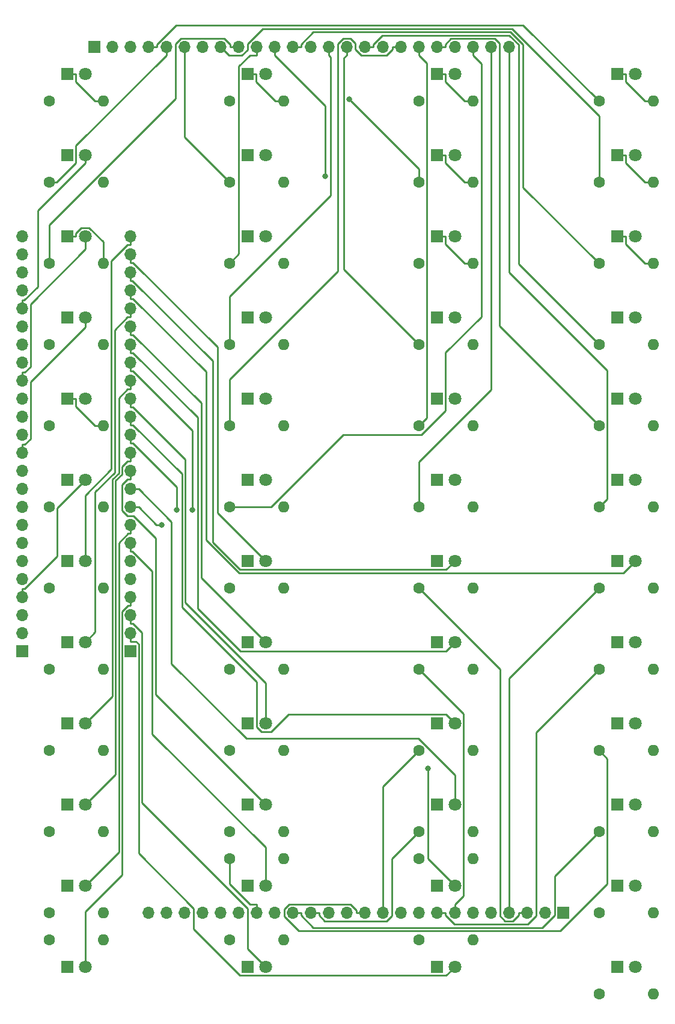
<source format=gbr>
G04 #@! TF.GenerationSoftware,KiCad,Pcbnew,(5.1.4)-1*
G04 #@! TF.CreationDate,2019-10-21T18:56:29-04:00*
G04 #@! TF.ProjectId,A-10C-CautionLED,412d3130-432d-4436-9175-74696f6e4c45,1*
G04 #@! TF.SameCoordinates,Original*
G04 #@! TF.FileFunction,Copper,L1,Top*
G04 #@! TF.FilePolarity,Positive*
%FSLAX46Y46*%
G04 Gerber Fmt 4.6, Leading zero omitted, Abs format (unit mm)*
G04 Created by KiCad (PCBNEW (5.1.4)-1) date 2019-10-21 18:56:29*
%MOMM*%
%LPD*%
G04 APERTURE LIST*
%ADD10C,1.800000*%
%ADD11R,1.800000X1.800000*%
%ADD12O,1.700000X1.700000*%
%ADD13R,1.700000X1.700000*%
%ADD14O,1.600000X1.600000*%
%ADD15C,1.600000*%
%ADD16C,0.800000*%
%ADD17C,0.250000*%
G04 APERTURE END LIST*
D10*
X60960000Y-36830000D03*
D11*
X58420000Y-36830000D03*
D10*
X60960000Y-48260000D03*
D11*
X58420000Y-48260000D03*
D10*
X60960000Y-59690000D03*
D11*
X58420000Y-59690000D03*
D10*
X60960000Y-71120000D03*
D11*
X58420000Y-71120000D03*
X58420000Y-82550000D03*
D10*
X60960000Y-82550000D03*
D11*
X58420000Y-93980000D03*
D10*
X60960000Y-93980000D03*
D11*
X58420000Y-105410000D03*
D10*
X60960000Y-105410000D03*
X60960000Y-116840000D03*
D11*
X58420000Y-116840000D03*
D10*
X60960000Y-128270000D03*
D11*
X58420000Y-128270000D03*
D10*
X60960000Y-139700000D03*
D11*
X58420000Y-139700000D03*
D10*
X60960000Y-151130000D03*
D11*
X58420000Y-151130000D03*
X58420000Y-162560000D03*
D10*
X60960000Y-162560000D03*
D11*
X83820000Y-36830000D03*
D10*
X86360000Y-36830000D03*
D11*
X83820000Y-48260000D03*
D10*
X86360000Y-48260000D03*
D11*
X83820000Y-59690000D03*
D10*
X86360000Y-59690000D03*
D11*
X83820000Y-71120000D03*
D10*
X86360000Y-71120000D03*
X86360000Y-82550000D03*
D11*
X83820000Y-82550000D03*
D10*
X86360000Y-93980000D03*
D11*
X83820000Y-93980000D03*
D10*
X86360000Y-105410000D03*
D11*
X83820000Y-105410000D03*
X83820000Y-116840000D03*
D10*
X86360000Y-116840000D03*
D11*
X83820000Y-128270000D03*
D10*
X86360000Y-128270000D03*
D11*
X83820000Y-139700000D03*
D10*
X86360000Y-139700000D03*
D11*
X83820000Y-151130000D03*
D10*
X86360000Y-151130000D03*
D11*
X83820000Y-162560000D03*
D10*
X86360000Y-162560000D03*
X113030000Y-36830000D03*
D11*
X110490000Y-36830000D03*
D10*
X113030000Y-48260000D03*
D11*
X110490000Y-48260000D03*
D10*
X113030000Y-59690000D03*
D11*
X110490000Y-59690000D03*
D10*
X113030000Y-71120000D03*
D11*
X110490000Y-71120000D03*
X110490000Y-82550000D03*
D10*
X113030000Y-82550000D03*
D11*
X110490000Y-93980000D03*
D10*
X113030000Y-93980000D03*
D11*
X110490000Y-105410000D03*
D10*
X113030000Y-105410000D03*
X113030000Y-116840000D03*
D11*
X110490000Y-116840000D03*
X110490000Y-128270000D03*
D10*
X113030000Y-128270000D03*
X113030000Y-139700000D03*
D11*
X110490000Y-139700000D03*
X110490000Y-151130000D03*
D10*
X113030000Y-151130000D03*
X113030000Y-162560000D03*
D11*
X110490000Y-162560000D03*
X135890000Y-36830000D03*
D10*
X138430000Y-36830000D03*
D11*
X135890000Y-48260000D03*
D10*
X138430000Y-48260000D03*
D11*
X135890000Y-59690000D03*
D10*
X138430000Y-59690000D03*
D11*
X135890000Y-71120000D03*
D10*
X138430000Y-71120000D03*
X138430000Y-82550000D03*
D11*
X135890000Y-82550000D03*
D10*
X138430000Y-93980000D03*
D11*
X135890000Y-93980000D03*
D10*
X138430000Y-105410000D03*
D11*
X135890000Y-105410000D03*
D10*
X138430000Y-116840000D03*
D11*
X135890000Y-116840000D03*
D10*
X138430000Y-128270000D03*
D11*
X135890000Y-128270000D03*
X135890000Y-139700000D03*
D10*
X138430000Y-139700000D03*
D11*
X135890000Y-151130000D03*
D10*
X138430000Y-151130000D03*
X138430000Y-162560000D03*
D11*
X135890000Y-162560000D03*
D12*
X52070000Y-59690000D03*
X52070000Y-62230000D03*
X52070000Y-64770000D03*
X52070000Y-67310000D03*
X52070000Y-69850000D03*
X52070000Y-72390000D03*
X52070000Y-74930000D03*
X52070000Y-77470000D03*
X52070000Y-80010000D03*
X52070000Y-82550000D03*
X52070000Y-85090000D03*
X52070000Y-87630000D03*
X52070000Y-90170000D03*
X52070000Y-92710000D03*
X52070000Y-95250000D03*
X52070000Y-97790000D03*
X52070000Y-100330000D03*
X52070000Y-102870000D03*
X52070000Y-105410000D03*
X52070000Y-107950000D03*
X52070000Y-110490000D03*
X52070000Y-113030000D03*
X52070000Y-115570000D03*
D13*
X52070000Y-118110000D03*
X67310000Y-118110000D03*
D12*
X67310000Y-115570000D03*
X67310000Y-113030000D03*
X67310000Y-110490000D03*
X67310000Y-107950000D03*
X67310000Y-105410000D03*
X67310000Y-102870000D03*
X67310000Y-100330000D03*
X67310000Y-97790000D03*
X67310000Y-95250000D03*
X67310000Y-92710000D03*
X67310000Y-90170000D03*
X67310000Y-87630000D03*
X67310000Y-85090000D03*
X67310000Y-82550000D03*
X67310000Y-80010000D03*
X67310000Y-77470000D03*
X67310000Y-74930000D03*
X67310000Y-72390000D03*
X67310000Y-69850000D03*
X67310000Y-67310000D03*
X67310000Y-64770000D03*
X67310000Y-62230000D03*
X67310000Y-59690000D03*
X120650000Y-33020000D03*
X118110000Y-33020000D03*
X115570000Y-33020000D03*
X113030000Y-33020000D03*
X110490000Y-33020000D03*
X107950000Y-33020000D03*
X105410000Y-33020000D03*
X102870000Y-33020000D03*
X100330000Y-33020000D03*
X97790000Y-33020000D03*
X95250000Y-33020000D03*
X92710000Y-33020000D03*
X90170000Y-33020000D03*
X87630000Y-33020000D03*
X85090000Y-33020000D03*
X82550000Y-33020000D03*
X80010000Y-33020000D03*
X77470000Y-33020000D03*
X74930000Y-33020000D03*
X72390000Y-33020000D03*
X69850000Y-33020000D03*
X67310000Y-33020000D03*
X64770000Y-33020000D03*
D13*
X62230000Y-33020000D03*
X128270000Y-154940000D03*
D12*
X125730000Y-154940000D03*
X123190000Y-154940000D03*
X120650000Y-154940000D03*
X118110000Y-154940000D03*
X115570000Y-154940000D03*
X113030000Y-154940000D03*
X110490000Y-154940000D03*
X107950000Y-154940000D03*
X105410000Y-154940000D03*
X102870000Y-154940000D03*
X100330000Y-154940000D03*
X97790000Y-154940000D03*
X95250000Y-154940000D03*
X92710000Y-154940000D03*
X90170000Y-154940000D03*
X87630000Y-154940000D03*
X85090000Y-154940000D03*
X82550000Y-154940000D03*
X80010000Y-154940000D03*
X77470000Y-154940000D03*
X74930000Y-154940000D03*
X72390000Y-154940000D03*
X69850000Y-154940000D03*
D14*
X63500000Y-40640000D03*
D15*
X55880000Y-40640000D03*
D14*
X63500000Y-52070000D03*
D15*
X55880000Y-52070000D03*
X55880000Y-63500000D03*
D14*
X63500000Y-63500000D03*
D15*
X55880000Y-74930000D03*
D14*
X63500000Y-74930000D03*
D15*
X55880000Y-86360000D03*
D14*
X63500000Y-86360000D03*
D15*
X55880000Y-97790000D03*
D14*
X63500000Y-97790000D03*
D15*
X55880000Y-109220000D03*
D14*
X63500000Y-109220000D03*
D15*
X55880000Y-120650000D03*
D14*
X63500000Y-120650000D03*
D15*
X55880000Y-132080000D03*
D14*
X63500000Y-132080000D03*
X63500000Y-143510000D03*
D15*
X55880000Y-143510000D03*
X55880000Y-154940000D03*
D14*
X63500000Y-154940000D03*
X63500000Y-158750000D03*
D15*
X55880000Y-158750000D03*
X81280000Y-40640000D03*
D14*
X88900000Y-40640000D03*
D15*
X81280000Y-52070000D03*
D14*
X88900000Y-52070000D03*
X88900000Y-63500000D03*
D15*
X81280000Y-63500000D03*
X81280000Y-74930000D03*
D14*
X88900000Y-74930000D03*
X88900000Y-86360000D03*
D15*
X81280000Y-86360000D03*
D14*
X88900000Y-97790000D03*
D15*
X81280000Y-97790000D03*
D14*
X88900000Y-109220000D03*
D15*
X81280000Y-109220000D03*
D14*
X88900000Y-120650000D03*
D15*
X81280000Y-120650000D03*
D14*
X88900000Y-132080000D03*
D15*
X81280000Y-132080000D03*
D14*
X88900000Y-143510000D03*
D15*
X81280000Y-143510000D03*
X81280000Y-147320000D03*
D14*
X88900000Y-147320000D03*
D15*
X81280000Y-158750000D03*
D14*
X88900000Y-158750000D03*
D15*
X107950000Y-40640000D03*
D14*
X115570000Y-40640000D03*
D15*
X107950000Y-52070000D03*
D14*
X115570000Y-52070000D03*
X115570000Y-63500000D03*
D15*
X107950000Y-63500000D03*
X107950000Y-74930000D03*
D14*
X115570000Y-74930000D03*
X115570000Y-86360000D03*
D15*
X107950000Y-86360000D03*
D14*
X115570000Y-97790000D03*
D15*
X107950000Y-97790000D03*
D14*
X115570000Y-109220000D03*
D15*
X107950000Y-109220000D03*
D14*
X115570000Y-120650000D03*
D15*
X107950000Y-120650000D03*
X107950000Y-132080000D03*
D14*
X115570000Y-132080000D03*
D15*
X107950000Y-143510000D03*
D14*
X115570000Y-143510000D03*
D15*
X107950000Y-147320000D03*
D14*
X115570000Y-147320000D03*
X115570000Y-158750000D03*
D15*
X107950000Y-158750000D03*
D14*
X140970000Y-40640000D03*
D15*
X133350000Y-40640000D03*
D14*
X140970000Y-52070000D03*
D15*
X133350000Y-52070000D03*
D14*
X140970000Y-63500000D03*
D15*
X133350000Y-63500000D03*
D14*
X140970000Y-74930000D03*
D15*
X133350000Y-74930000D03*
X133350000Y-86360000D03*
D14*
X140970000Y-86360000D03*
D15*
X133350000Y-97790000D03*
D14*
X140970000Y-97790000D03*
D15*
X133350000Y-109220000D03*
D14*
X140970000Y-109220000D03*
D15*
X133350000Y-120650000D03*
D14*
X140970000Y-120650000D03*
X140970000Y-132080000D03*
D15*
X133350000Y-132080000D03*
D14*
X140970000Y-143510000D03*
D15*
X133350000Y-143510000D03*
D14*
X140970000Y-154940000D03*
D15*
X133350000Y-154940000D03*
X133350000Y-166370000D03*
D14*
X140970000Y-166370000D03*
D16*
X109251400Y-134634800D03*
X76050200Y-98209700D03*
X73862200Y-98216200D03*
X71771200Y-100307300D03*
X94758000Y-51242200D03*
X98132300Y-40402700D03*
D17*
X63500000Y-40640000D02*
X62374700Y-40640000D01*
X58420000Y-36830000D02*
X59645300Y-36830000D01*
X62374700Y-40640000D02*
X59645300Y-37910600D01*
X59645300Y-37910600D02*
X59645300Y-36830000D01*
X52070000Y-69850000D02*
X52070000Y-68674700D01*
X52070000Y-68674700D02*
X52376200Y-68674700D01*
X52376200Y-68674700D02*
X54263600Y-66787300D01*
X54263600Y-66787300D02*
X54263600Y-56079900D01*
X54263600Y-56079900D02*
X60960000Y-49383500D01*
X60960000Y-49383500D02*
X60960000Y-48260000D01*
X52070000Y-80010000D02*
X52070000Y-78834700D01*
X52070000Y-78834700D02*
X52437400Y-78834700D01*
X52437400Y-78834700D02*
X53245300Y-78026800D01*
X53245300Y-78026800D02*
X53245300Y-69225000D01*
X53245300Y-69225000D02*
X60960000Y-61510300D01*
X60960000Y-61510300D02*
X60960000Y-59690000D01*
X58420000Y-59690000D02*
X59645300Y-59690000D01*
X63500000Y-63500000D02*
X63500000Y-60480700D01*
X63500000Y-60480700D02*
X61484000Y-58464700D01*
X61484000Y-58464700D02*
X60411000Y-58464700D01*
X60411000Y-58464700D02*
X59645300Y-59230400D01*
X59645300Y-59230400D02*
X59645300Y-59690000D01*
X52070000Y-90170000D02*
X52070000Y-88994700D01*
X52070000Y-88994700D02*
X52437400Y-88994700D01*
X52437400Y-88994700D02*
X53245300Y-88186800D01*
X53245300Y-88186800D02*
X53245300Y-80204700D01*
X53245300Y-80204700D02*
X60960000Y-72490000D01*
X60960000Y-72490000D02*
X60960000Y-71120000D01*
X63500000Y-86360000D02*
X62374700Y-86360000D01*
X58420000Y-82550000D02*
X59645300Y-82550000D01*
X62374700Y-86360000D02*
X59645300Y-83630600D01*
X59645300Y-83630600D02*
X59645300Y-82550000D01*
X52070000Y-110490000D02*
X52070000Y-109314700D01*
X52070000Y-109314700D02*
X52437300Y-109314700D01*
X52437300Y-109314700D02*
X57005400Y-104746600D01*
X57005400Y-104746600D02*
X57005400Y-97934600D01*
X57005400Y-97934600D02*
X60960000Y-93980000D01*
X67310000Y-59690000D02*
X67310000Y-60865300D01*
X67310000Y-60865300D02*
X66942700Y-60865300D01*
X66942700Y-60865300D02*
X64638500Y-63169500D01*
X64638500Y-63169500D02*
X64638500Y-92491100D01*
X64638500Y-92491100D02*
X60960000Y-96169600D01*
X60960000Y-96169600D02*
X60960000Y-105410000D01*
X67310000Y-71025300D02*
X66942700Y-71025300D01*
X66942700Y-71025300D02*
X65088900Y-72879100D01*
X65088900Y-72879100D02*
X65088900Y-92966500D01*
X65088900Y-92966500D02*
X62374600Y-95680800D01*
X62374600Y-95680800D02*
X62374600Y-115425400D01*
X62374600Y-115425400D02*
X60960000Y-116840000D01*
X67310000Y-69850000D02*
X67310000Y-71025300D01*
X67310000Y-81185300D02*
X66942700Y-81185300D01*
X66942700Y-81185300D02*
X65684300Y-82443700D01*
X65684300Y-82443700D02*
X65684300Y-93008000D01*
X65684300Y-93008000D02*
X64783700Y-93908600D01*
X64783700Y-93908600D02*
X64783700Y-124446300D01*
X64783700Y-124446300D02*
X60960000Y-128270000D01*
X67310000Y-80010000D02*
X67310000Y-81185300D01*
X67310000Y-91345300D02*
X66942600Y-91345300D01*
X66942600Y-91345300D02*
X66134700Y-92153200D01*
X66134700Y-92153200D02*
X66134700Y-93194500D01*
X66134700Y-93194500D02*
X65234100Y-94095100D01*
X65234100Y-94095100D02*
X65234100Y-135425900D01*
X65234100Y-135425900D02*
X60960000Y-139700000D01*
X67310000Y-90170000D02*
X67310000Y-91345300D01*
X67310000Y-100330000D02*
X67310000Y-101505300D01*
X60960000Y-151130000D02*
X65684400Y-146405600D01*
X65684400Y-146405600D02*
X65684400Y-102829600D01*
X65684400Y-102829600D02*
X67008700Y-101505300D01*
X67008700Y-101505300D02*
X67310000Y-101505300D01*
X67310000Y-110490000D02*
X67310000Y-111665300D01*
X60960000Y-162560000D02*
X60960000Y-154748600D01*
X60960000Y-154748600D02*
X66134700Y-149573900D01*
X66134700Y-149573900D02*
X66134700Y-112539300D01*
X66134700Y-112539300D02*
X67008700Y-111665300D01*
X67008700Y-111665300D02*
X67310000Y-111665300D01*
X88900000Y-40640000D02*
X87774700Y-40640000D01*
X83820000Y-36830000D02*
X85045300Y-36830000D01*
X87774700Y-40640000D02*
X85045300Y-37910600D01*
X85045300Y-37910600D02*
X85045300Y-36830000D01*
X86360000Y-105410000D02*
X79584100Y-98634100D01*
X79584100Y-98634100D02*
X79584100Y-75312100D01*
X79584100Y-75312100D02*
X67677300Y-63405300D01*
X67677300Y-63405300D02*
X67310000Y-63405300D01*
X67310000Y-62230000D02*
X67310000Y-63405300D01*
X67310000Y-72390000D02*
X67310000Y-73565300D01*
X67310000Y-73565300D02*
X67677300Y-73565300D01*
X67677300Y-73565300D02*
X77287900Y-83175900D01*
X77287900Y-83175900D02*
X77287900Y-107767900D01*
X77287900Y-107767900D02*
X86360000Y-116840000D01*
X86360000Y-128270000D02*
X86360000Y-122558900D01*
X86360000Y-122558900D02*
X75037800Y-111236700D01*
X75037800Y-111236700D02*
X75037800Y-91085800D01*
X75037800Y-91085800D02*
X67677300Y-83725300D01*
X67677300Y-83725300D02*
X67310000Y-83725300D01*
X67310000Y-82550000D02*
X67310000Y-83725300D01*
X67310000Y-92710000D02*
X67310000Y-93885300D01*
X67310000Y-93885300D02*
X66933400Y-93885300D01*
X66933400Y-93885300D02*
X66134700Y-94684000D01*
X66134700Y-94684000D02*
X66134700Y-98279000D01*
X66134700Y-98279000D02*
X66915700Y-99060000D01*
X66915700Y-99060000D02*
X67762500Y-99060000D01*
X67762500Y-99060000D02*
X70860600Y-102158100D01*
X70860600Y-102158100D02*
X70860600Y-124200600D01*
X70860600Y-124200600D02*
X86360000Y-139700000D01*
X86360000Y-151130000D02*
X86360000Y-145734700D01*
X86360000Y-145734700D02*
X70410200Y-129784900D01*
X70410200Y-129784900D02*
X70410200Y-106833900D01*
X70410200Y-106833900D02*
X67621600Y-104045300D01*
X67621600Y-104045300D02*
X67310000Y-104045300D01*
X67310000Y-102870000D02*
X67310000Y-104045300D01*
X67310000Y-113030000D02*
X67310000Y-114205300D01*
X67310000Y-114205300D02*
X67677300Y-114205300D01*
X67677300Y-114205300D02*
X68935700Y-115463700D01*
X68935700Y-115463700D02*
X68935700Y-139425400D01*
X68935700Y-139425400D02*
X83820000Y-154309700D01*
X83820000Y-154309700D02*
X83820000Y-160020000D01*
X83820000Y-160020000D02*
X86360000Y-162560000D01*
X115570000Y-40640000D02*
X114444700Y-40640000D01*
X110490000Y-36830000D02*
X111715300Y-36830000D01*
X114444700Y-40640000D02*
X111715300Y-37910600D01*
X111715300Y-37910600D02*
X111715300Y-36830000D01*
X115570000Y-52070000D02*
X114444700Y-52070000D01*
X110490000Y-48260000D02*
X111715300Y-48260000D01*
X114444700Y-52070000D02*
X111715300Y-49340600D01*
X111715300Y-49340600D02*
X111715300Y-48260000D01*
X115570000Y-63500000D02*
X114444700Y-63500000D01*
X110490000Y-59690000D02*
X111715300Y-59690000D01*
X114444700Y-63500000D02*
X111715300Y-60770600D01*
X111715300Y-60770600D02*
X111715300Y-59690000D01*
X113030000Y-105410000D02*
X111804700Y-106635300D01*
X111804700Y-106635300D02*
X82773100Y-106635300D01*
X82773100Y-106635300D02*
X78908900Y-102771100D01*
X78908900Y-102771100D02*
X78908900Y-77232600D01*
X78908900Y-77232600D02*
X67621600Y-65945300D01*
X67621600Y-65945300D02*
X67310000Y-65945300D01*
X67310000Y-64770000D02*
X67310000Y-65945300D01*
X67310000Y-74930000D02*
X67310000Y-76105300D01*
X67310000Y-76105300D02*
X67677300Y-76105300D01*
X67677300Y-76105300D02*
X76775600Y-85203600D01*
X76775600Y-85203600D02*
X76775600Y-112066500D01*
X76775600Y-112066500D02*
X82833500Y-118124400D01*
X82833500Y-118124400D02*
X111745600Y-118124400D01*
X111745600Y-118124400D02*
X113030000Y-116840000D01*
X113030000Y-128270000D02*
X111755700Y-126995700D01*
X111755700Y-126995700D02*
X89637500Y-126995700D01*
X89637500Y-126995700D02*
X87137800Y-129495400D01*
X87137800Y-129495400D02*
X85803900Y-129495400D01*
X85803900Y-129495400D02*
X85101600Y-128793100D01*
X85101600Y-128793100D02*
X85101600Y-122409700D01*
X85101600Y-122409700D02*
X74587500Y-111895600D01*
X74587500Y-111895600D02*
X74587500Y-93175500D01*
X74587500Y-93175500D02*
X67677300Y-86265300D01*
X67677300Y-86265300D02*
X67310000Y-86265300D01*
X67310000Y-85090000D02*
X67310000Y-86265300D01*
X67310000Y-95250000D02*
X68485300Y-95250000D01*
X68485300Y-95250000D02*
X73125400Y-99890100D01*
X73125400Y-99890100D02*
X73125400Y-119849900D01*
X73125400Y-119849900D02*
X83674900Y-130399400D01*
X83674900Y-130399400D02*
X107866900Y-130399400D01*
X107866900Y-130399400D02*
X113030000Y-135562500D01*
X113030000Y-135562500D02*
X113030000Y-139700000D01*
X113030000Y-151130000D02*
X109251400Y-147351400D01*
X109251400Y-147351400D02*
X109251400Y-134634800D01*
X67310000Y-115570000D02*
X67310000Y-116745300D01*
X67310000Y-116745300D02*
X68118100Y-116745300D01*
X68118100Y-116745300D02*
X68485300Y-117112500D01*
X68485300Y-117112500D02*
X68485300Y-146595100D01*
X68485300Y-146595100D02*
X76200000Y-154309800D01*
X76200000Y-154309800D02*
X76200000Y-157223800D01*
X76200000Y-157223800D02*
X82761600Y-163785400D01*
X82761600Y-163785400D02*
X111804600Y-163785400D01*
X111804600Y-163785400D02*
X113030000Y-162560000D01*
X140970000Y-40640000D02*
X139844700Y-40640000D01*
X135890000Y-36830000D02*
X137115300Y-36830000D01*
X139844700Y-40640000D02*
X137115300Y-37910600D01*
X137115300Y-37910600D02*
X137115300Y-36830000D01*
X140970000Y-52070000D02*
X139844700Y-52070000D01*
X135890000Y-48260000D02*
X137115300Y-48260000D01*
X139844700Y-52070000D02*
X137115300Y-49340600D01*
X137115300Y-49340600D02*
X137115300Y-48260000D01*
X140970000Y-63500000D02*
X139844700Y-63500000D01*
X135890000Y-59690000D02*
X137115300Y-59690000D01*
X139844700Y-63500000D02*
X137115300Y-60770600D01*
X137115300Y-60770600D02*
X137115300Y-59690000D01*
X138430000Y-105410000D02*
X136721700Y-107118300D01*
X136721700Y-107118300D02*
X82617100Y-107118300D01*
X82617100Y-107118300D02*
X77963400Y-102464600D01*
X77963400Y-102464600D02*
X77963400Y-78771400D01*
X77963400Y-78771400D02*
X67677300Y-68485300D01*
X67677300Y-68485300D02*
X67310000Y-68485300D01*
X67310000Y-67310000D02*
X67310000Y-68485300D01*
X67310000Y-77470000D02*
X67310000Y-78645300D01*
X67310000Y-78645300D02*
X67677300Y-78645300D01*
X67677300Y-78645300D02*
X76050200Y-87018200D01*
X76050200Y-87018200D02*
X76050200Y-98209700D01*
X67310000Y-88805300D02*
X67677300Y-88805300D01*
X67677300Y-88805300D02*
X73862200Y-94990200D01*
X73862200Y-94990200D02*
X73862200Y-98216200D01*
X67310000Y-87630000D02*
X67310000Y-88805300D01*
X68485300Y-97790000D02*
X71002600Y-100307300D01*
X71002600Y-100307300D02*
X71771200Y-100307300D01*
X67310000Y-97790000D02*
X68485300Y-97790000D01*
X120650000Y-33020000D02*
X120650000Y-34195300D01*
X133350000Y-97790000D02*
X134481800Y-96658200D01*
X134481800Y-96658200D02*
X134481800Y-78607500D01*
X134481800Y-78607500D02*
X120650000Y-64775700D01*
X120650000Y-64775700D02*
X120650000Y-34195300D01*
X107950000Y-97790000D02*
X107950000Y-91439900D01*
X107950000Y-91439900D02*
X118110000Y-81279900D01*
X118110000Y-81279900D02*
X118110000Y-33020000D01*
X115570000Y-33020000D02*
X115570000Y-34195300D01*
X81280000Y-97790000D02*
X87155200Y-97790000D01*
X87155200Y-97790000D02*
X97327000Y-87618200D01*
X97327000Y-87618200D02*
X108336000Y-87618200D01*
X108336000Y-87618200D02*
X111715400Y-84238800D01*
X111715400Y-84238800D02*
X111715400Y-76053200D01*
X111715400Y-76053200D02*
X116745300Y-71023300D01*
X116745300Y-71023300D02*
X116745300Y-35370600D01*
X116745300Y-35370600D02*
X115570000Y-34195300D01*
X111665300Y-33020000D02*
X111665300Y-32652600D01*
X111665300Y-32652600D02*
X112473200Y-31844700D01*
X112473200Y-31844700D02*
X118630800Y-31844700D01*
X118630800Y-31844700D02*
X119323600Y-32537500D01*
X119323600Y-32537500D02*
X119323600Y-72333600D01*
X119323600Y-72333600D02*
X133350000Y-86360000D01*
X110490000Y-33020000D02*
X111665300Y-33020000D01*
X107950000Y-33020000D02*
X107950000Y-34195300D01*
X107950000Y-86360000D02*
X109081700Y-85228300D01*
X109081700Y-85228300D02*
X109081700Y-35327000D01*
X109081700Y-35327000D02*
X107950000Y-34195300D01*
X105410000Y-33020000D02*
X104234700Y-33020000D01*
X81280000Y-86360000D02*
X81280000Y-79818600D01*
X81280000Y-79818600D02*
X96520000Y-64578600D01*
X96520000Y-64578600D02*
X96520000Y-32568100D01*
X96520000Y-32568100D02*
X97288700Y-31799400D01*
X97288700Y-31799400D02*
X98274700Y-31799400D01*
X98274700Y-31799400D02*
X98975800Y-32500500D01*
X98975800Y-32500500D02*
X98975800Y-33337900D01*
X98975800Y-33337900D02*
X99833200Y-34195300D01*
X99833200Y-34195300D02*
X103426800Y-34195300D01*
X103426800Y-34195300D02*
X104234700Y-33387400D01*
X104234700Y-33387400D02*
X104234700Y-33020000D01*
X100330000Y-33020000D02*
X101505300Y-33020000D01*
X133350000Y-74930000D02*
X122036500Y-63616500D01*
X122036500Y-63616500D02*
X122036500Y-32717000D01*
X122036500Y-32717000D02*
X120690100Y-31370600D01*
X120690100Y-31370600D02*
X102787400Y-31370600D01*
X102787400Y-31370600D02*
X101505300Y-32652700D01*
X101505300Y-32652700D02*
X101505300Y-33020000D01*
X97790000Y-33020000D02*
X97790000Y-34195300D01*
X97790000Y-34195300D02*
X97407000Y-34578300D01*
X97407000Y-34578300D02*
X97407000Y-64387000D01*
X97407000Y-64387000D02*
X107950000Y-74930000D01*
X81280000Y-74930000D02*
X81280000Y-68125100D01*
X81280000Y-68125100D02*
X95483300Y-53921800D01*
X95483300Y-53921800D02*
X95483300Y-34428600D01*
X95483300Y-34428600D02*
X95250000Y-34195300D01*
X95250000Y-33020000D02*
X95250000Y-34195300D01*
X133350000Y-63500000D02*
X122645800Y-52795800D01*
X122645800Y-52795800D02*
X122645800Y-32689400D01*
X122645800Y-32689400D02*
X120876500Y-30920100D01*
X120876500Y-30920100D02*
X93077900Y-30920100D01*
X93077900Y-30920100D02*
X91345300Y-32652700D01*
X91345300Y-32652700D02*
X91345300Y-33020000D01*
X90170000Y-33020000D02*
X91345300Y-33020000D01*
X87630000Y-33020000D02*
X87630000Y-34195300D01*
X94758000Y-51242200D02*
X94758000Y-41323300D01*
X94758000Y-41323300D02*
X87630000Y-34195300D01*
X85090000Y-33020000D02*
X85090000Y-34195300D01*
X81280000Y-63500000D02*
X82594600Y-62185400D01*
X82594600Y-62185400D02*
X82594600Y-35735800D01*
X82594600Y-35735800D02*
X84135100Y-34195300D01*
X84135100Y-34195300D02*
X85090000Y-34195300D01*
X55880000Y-63500000D02*
X55880000Y-58098500D01*
X55880000Y-58098500D02*
X73660000Y-40318500D01*
X73660000Y-40318500D02*
X73660000Y-32624200D01*
X73660000Y-32624200D02*
X74439500Y-31844700D01*
X74439500Y-31844700D02*
X80566800Y-31844700D01*
X80566800Y-31844700D02*
X81374700Y-32652600D01*
X81374700Y-32652600D02*
X81374700Y-33020000D01*
X82550000Y-33020000D02*
X81374700Y-33020000D01*
X133350000Y-52070000D02*
X133350000Y-42756700D01*
X133350000Y-42756700D02*
X121055500Y-30462200D01*
X121055500Y-30462200D02*
X85926100Y-30462200D01*
X85926100Y-30462200D02*
X83820000Y-32568300D01*
X83820000Y-32568300D02*
X83820000Y-33412300D01*
X83820000Y-33412300D02*
X82989300Y-34243000D01*
X82989300Y-34243000D02*
X81233000Y-34243000D01*
X81233000Y-34243000D02*
X80010000Y-33020000D01*
X107950000Y-52070000D02*
X107950000Y-50220400D01*
X107950000Y-50220400D02*
X98132300Y-40402700D01*
X81280000Y-52070000D02*
X74930000Y-45720000D01*
X74930000Y-45720000D02*
X74930000Y-33020000D01*
X72390000Y-33020000D02*
X72390000Y-34195300D01*
X55880000Y-52070000D02*
X56897500Y-52070000D01*
X56897500Y-52070000D02*
X59645400Y-49322100D01*
X59645400Y-49322100D02*
X59645400Y-46939900D01*
X59645400Y-46939900D02*
X72390000Y-34195300D01*
X69850000Y-33020000D02*
X71025300Y-33020000D01*
X133350000Y-40640000D02*
X122652100Y-29942100D01*
X122652100Y-29942100D02*
X73735900Y-29942100D01*
X73735900Y-29942100D02*
X71025300Y-32652700D01*
X71025300Y-32652700D02*
X71025300Y-33020000D01*
X123190000Y-154940000D02*
X122014700Y-154940000D01*
X107950000Y-109220000D02*
X119380000Y-120650000D01*
X119380000Y-120650000D02*
X119380000Y-155402000D01*
X119380000Y-155402000D02*
X120093300Y-156115300D01*
X120093300Y-156115300D02*
X121206800Y-156115300D01*
X121206800Y-156115300D02*
X122014700Y-155307400D01*
X122014700Y-155307400D02*
X122014700Y-154940000D01*
X133350000Y-109220000D02*
X120650000Y-121920000D01*
X120650000Y-121920000D02*
X120650000Y-154940000D01*
X113030000Y-154940000D02*
X113030000Y-153764700D01*
X107950000Y-120650000D02*
X114257300Y-126957300D01*
X114257300Y-126957300D02*
X114257300Y-152537400D01*
X114257300Y-152537400D02*
X113030000Y-153764700D01*
X110490000Y-154940000D02*
X111665300Y-154940000D01*
X133350000Y-120650000D02*
X124460000Y-129540000D01*
X124460000Y-129540000D02*
X124460000Y-155378000D01*
X124460000Y-155378000D02*
X123260900Y-156577100D01*
X123260900Y-156577100D02*
X112935100Y-156577100D01*
X112935100Y-156577100D02*
X111665300Y-155307300D01*
X111665300Y-155307300D02*
X111665300Y-154940000D01*
X107950000Y-132080000D02*
X102870000Y-137160000D01*
X102870000Y-137160000D02*
X102870000Y-154940000D01*
X100330000Y-154940000D02*
X99154700Y-154940000D01*
X133350000Y-132080000D02*
X134500300Y-133230300D01*
X134500300Y-133230300D02*
X134500300Y-150872300D01*
X134500300Y-150872300D02*
X127894600Y-157478000D01*
X127894600Y-157478000D02*
X91043300Y-157478000D01*
X91043300Y-157478000D02*
X88989900Y-155424600D01*
X88989900Y-155424600D02*
X88989900Y-154439700D01*
X88989900Y-154439700D02*
X89664900Y-153764700D01*
X89664900Y-153764700D02*
X98346800Y-153764700D01*
X98346800Y-153764700D02*
X99154700Y-154572600D01*
X99154700Y-154572600D02*
X99154700Y-154940000D01*
X92710000Y-154940000D02*
X93885300Y-154940000D01*
X107950000Y-143510000D02*
X104140000Y-147320000D01*
X104140000Y-147320000D02*
X104140000Y-155346100D01*
X104140000Y-155346100D02*
X103370800Y-156115300D01*
X103370800Y-156115300D02*
X94693200Y-156115300D01*
X94693200Y-156115300D02*
X93885300Y-155307400D01*
X93885300Y-155307400D02*
X93885300Y-154940000D01*
X90170000Y-154940000D02*
X91345300Y-154940000D01*
X133350000Y-143510000D02*
X127094600Y-149765400D01*
X127094600Y-149765400D02*
X127094600Y-155239800D01*
X127094600Y-155239800D02*
X125306800Y-157027600D01*
X125306800Y-157027600D02*
X93065600Y-157027600D01*
X93065600Y-157027600D02*
X91345300Y-155307300D01*
X91345300Y-155307300D02*
X91345300Y-154940000D01*
X85090000Y-153764700D02*
X84151700Y-153764700D01*
X84151700Y-153764700D02*
X81280000Y-150893000D01*
X81280000Y-150893000D02*
X81280000Y-147320000D01*
X85090000Y-154940000D02*
X85090000Y-153764700D01*
M02*

</source>
